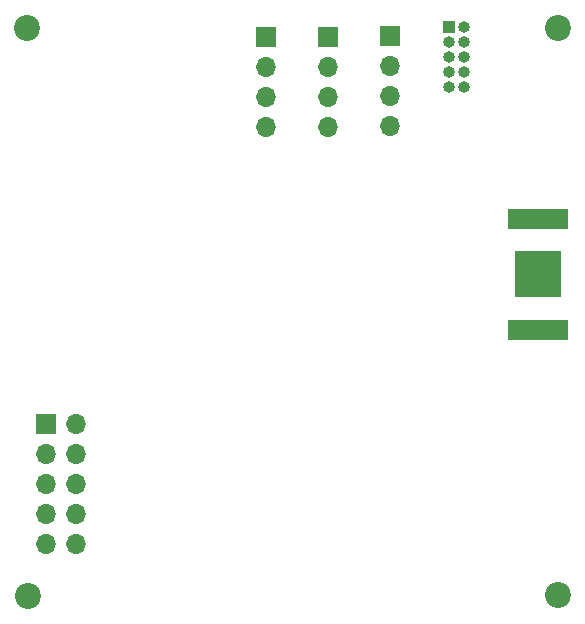
<source format=gbr>
%TF.GenerationSoftware,KiCad,Pcbnew,8.0.3*%
%TF.CreationDate,2024-07-11T15:18:24-04:00*%
%TF.ProjectId,SensorBoard,53656e73-6f72-4426-9f61-72642e6b6963,rev?*%
%TF.SameCoordinates,Original*%
%TF.FileFunction,Soldermask,Bot*%
%TF.FilePolarity,Negative*%
%FSLAX46Y46*%
G04 Gerber Fmt 4.6, Leading zero omitted, Abs format (unit mm)*
G04 Created by KiCad (PCBNEW 8.0.3) date 2024-07-11 15:18:24*
%MOMM*%
%LPD*%
G01*
G04 APERTURE LIST*
%ADD10R,1.700000X1.700000*%
%ADD11O,1.700000X1.700000*%
%ADD12C,2.200000*%
%ADD13R,1.000000X1.000000*%
%ADD14O,1.000000X1.000000*%
%ADD15R,5.080000X1.780000*%
%ADD16R,3.960000X3.960000*%
G04 APERTURE END LIST*
D10*
%TO.C,J5*%
X75585000Y-82545000D03*
D11*
X78125000Y-82545000D03*
X75585000Y-85085000D03*
X78125000Y-85085000D03*
X75585000Y-87625000D03*
X78125000Y-87625000D03*
X75585000Y-90165000D03*
X78125000Y-90165000D03*
X75585000Y-92705000D03*
X78125000Y-92705000D03*
%TD*%
D10*
%TO.C,J3*%
X99500000Y-49750000D03*
D11*
X99500000Y-52290000D03*
X99500000Y-54830000D03*
X99500000Y-57370000D03*
%TD*%
D12*
%TO.C,H2*%
X74000000Y-49000000D03*
%TD*%
%TO.C,H4*%
X119000000Y-97000000D03*
%TD*%
D10*
%TO.C,J4*%
X94250000Y-49750000D03*
D11*
X94250000Y-52290000D03*
X94250000Y-54830000D03*
X94250000Y-57370000D03*
%TD*%
D12*
%TO.C,H3*%
X74121320Y-97121320D03*
%TD*%
D13*
%TO.C,J1*%
X109730000Y-48920000D03*
D14*
X111000000Y-48920000D03*
X109730000Y-50190000D03*
X111000000Y-50190000D03*
X109730000Y-51460000D03*
X111000000Y-51460000D03*
X109730000Y-52730000D03*
X111000000Y-52730000D03*
X109730000Y-54000000D03*
X111000000Y-54000000D03*
%TD*%
D12*
%TO.C,H1*%
X119000000Y-49000000D03*
%TD*%
D10*
%TO.C,J2*%
X104750000Y-49720000D03*
D11*
X104750000Y-52260000D03*
X104750000Y-54800000D03*
X104750000Y-57340000D03*
%TD*%
D15*
%TO.C,BT1*%
X117250000Y-74562500D03*
X117250000Y-65162500D03*
D16*
X117250000Y-69862500D03*
%TD*%
M02*

</source>
